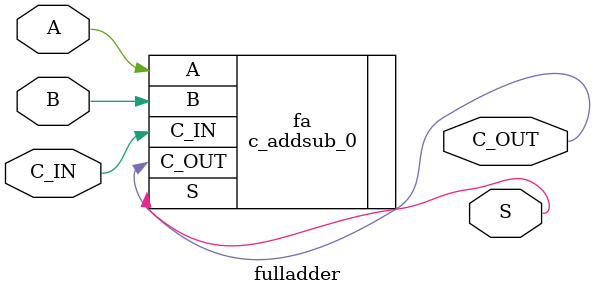
<source format=sv>
module fulladder(
input A,
input B,
input C_IN,
output C_OUT,
output S);
c_addsub_0 fa(.A(A),.B(B),.C_IN(C_IN),.C_OUT(C_OUT),.S(S));
endmodule

</source>
